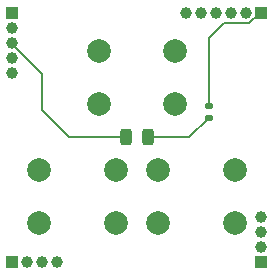
<source format=gtl>
%TF.GenerationSoftware,KiCad,Pcbnew,9.0.5-1.fc42*%
%TF.CreationDate,2025-12-03T03:37:19+01:00*%
%TF.ProjectId,Block-Switch-3,426c6f63-6b2d-4537-9769-7463682d332e,1*%
%TF.SameCoordinates,Original*%
%TF.FileFunction,Copper,L1,Top*%
%TF.FilePolarity,Positive*%
%FSLAX46Y46*%
G04 Gerber Fmt 4.6, Leading zero omitted, Abs format (unit mm)*
G04 Created by KiCad (PCBNEW 9.0.5-1.fc42) date 2025-12-03 03:37:19*
%MOMM*%
%LPD*%
G01*
G04 APERTURE LIST*
G04 Aperture macros list*
%AMRoundRect*
0 Rectangle with rounded corners*
0 $1 Rounding radius*
0 $2 $3 $4 $5 $6 $7 $8 $9 X,Y pos of 4 corners*
0 Add a 4 corners polygon primitive as box body*
4,1,4,$2,$3,$4,$5,$6,$7,$8,$9,$2,$3,0*
0 Add four circle primitives for the rounded corners*
1,1,$1+$1,$2,$3*
1,1,$1+$1,$4,$5*
1,1,$1+$1,$6,$7*
1,1,$1+$1,$8,$9*
0 Add four rect primitives between the rounded corners*
20,1,$1+$1,$2,$3,$4,$5,0*
20,1,$1+$1,$4,$5,$6,$7,0*
20,1,$1+$1,$6,$7,$8,$9,0*
20,1,$1+$1,$8,$9,$2,$3,0*%
G04 Aperture macros list end*
%TA.AperFunction,ComponentPad*%
%ADD10C,2.000000*%
%TD*%
%TA.AperFunction,SMDPad,CuDef*%
%ADD11RoundRect,0.243750X-0.243750X-0.456250X0.243750X-0.456250X0.243750X0.456250X-0.243750X0.456250X0*%
%TD*%
%TA.AperFunction,SMDPad,CuDef*%
%ADD12RoundRect,0.135000X-0.185000X0.135000X-0.185000X-0.135000X0.185000X-0.135000X0.185000X0.135000X0*%
%TD*%
%TA.AperFunction,ComponentPad*%
%ADD13R,1.000000X1.000000*%
%TD*%
%TA.AperFunction,ComponentPad*%
%ADD14C,1.000000*%
%TD*%
%TA.AperFunction,Conductor*%
%ADD15C,0.200000*%
%TD*%
G04 APERTURE END LIST*
D10*
%TO.P,SW1,2,2*%
%TO.N,/A*%
X137298700Y-120931810D03*
X130798700Y-120931810D03*
%TO.P,SW1,1,1*%
%TO.N,Net-(R1-Pad2)*%
X137298700Y-116431810D03*
X130798700Y-116431810D03*
%TD*%
D11*
%TO.P,D1,2,A*%
%TO.N,Net-(D1-A)*%
X140022500Y-113665000D03*
%TO.P,D1,1,K*%
%TO.N,GND*%
X138147500Y-113665000D03*
%TD*%
D10*
%TO.P,SW2,1,1*%
%TO.N,Net-(R2-Pad2)*%
X140831300Y-116431810D03*
X147331300Y-116431810D03*
%TO.P,SW2,2,2*%
%TO.N,/B*%
X140831300Y-120931810D03*
X147331300Y-120931810D03*
%TD*%
%TO.P,SW3,1,1*%
%TO.N,Net-(R3-Pad2)*%
X135815000Y-106398190D03*
X142315000Y-106398190D03*
%TO.P,SW3,2,2*%
%TO.N,/A0*%
X135815000Y-110898190D03*
X142315000Y-110898190D03*
%TD*%
D12*
%TO.P,R4,1*%
%TO.N,/LED*%
X145161000Y-110994000D03*
%TO.P,R4,2*%
%TO.N,Net-(D1-A)*%
X145161000Y-112014000D03*
%TD*%
D13*
%TO.P,J4,1,Pin_1*%
%TO.N,/Typ0*%
X128525000Y-124205000D03*
D14*
%TO.P,J4,2,Pin_2*%
%TO.N,/Typ1*%
X129795000Y-124205000D03*
%TO.P,J4,3,Pin_3*%
%TO.N,/Typ2*%
X131065000Y-124205000D03*
%TO.P,J4,4,Pin_4*%
%TO.N,/Typ3*%
X132335000Y-124205000D03*
%TD*%
D13*
%TO.P,J2,1,Pin_1*%
%TO.N,/Addr0*%
X149605000Y-124205000D03*
D14*
%TO.P,J2,2,Pin_2*%
%TO.N,/Addr1*%
X149605000Y-122935000D03*
%TO.P,J2,3,Pin_3*%
%TO.N,/Addr2*%
X149605000Y-121665000D03*
%TO.P,J2,4,Pin_4*%
%TO.N,/Addr3*%
X149605000Y-120395000D03*
%TD*%
D13*
%TO.P,J1,1,Pin_1*%
%TO.N,/+3.3V Digital*%
X128525000Y-103125000D03*
D14*
%TO.P,J1,2,Pin_2*%
%TO.N,/AREF*%
X128525000Y-104395000D03*
%TO.P,J1,3,Pin_3*%
%TO.N,GND*%
X128525000Y-105665000D03*
%TO.P,J1,4,Pin_4*%
%TO.N,/SlotBus.Data*%
X128525000Y-106935000D03*
%TO.P,J1,5,Pin_5*%
%TO.N,/SlotBus.Clock*%
X128525000Y-108205000D03*
%TD*%
D13*
%TO.P,J3,1,Pin_1*%
%TO.N,/LED*%
X149605000Y-103125000D03*
D14*
%TO.P,J3,2,Pin_2*%
%TO.N,/C*%
X148335000Y-103125000D03*
%TO.P,J3,3,Pin_3*%
%TO.N,/B*%
X147065000Y-103125000D03*
%TO.P,J3,4,Pin_4*%
%TO.N,/A*%
X145795000Y-103125000D03*
%TO.P,J3,5,Pin_5*%
%TO.N,/A1*%
X144525000Y-103125000D03*
%TO.P,J3,6,Pin_6*%
%TO.N,/A0*%
X143255000Y-103125000D03*
%TD*%
D15*
%TO.N,/LED*%
X145161000Y-110994000D02*
X145161000Y-105283000D01*
X149467786Y-103125000D02*
X149605000Y-103125000D01*
X145161000Y-105283000D02*
X146431000Y-104013000D01*
X146431000Y-104013000D02*
X148579786Y-104013000D01*
X148579786Y-104013000D02*
X149467786Y-103125000D01*
%TO.N,Net-(D1-A)*%
X140022500Y-113665000D02*
X143510000Y-113665000D01*
X143510000Y-113665000D02*
X145161000Y-112014000D01*
%TO.N,GND*%
X138147500Y-113665000D02*
X133350000Y-113665000D01*
X133350000Y-113665000D02*
X131064000Y-111379000D01*
X131064000Y-111379000D02*
X131064000Y-108341214D01*
X131064000Y-108341214D02*
X128525000Y-105802214D01*
X128525000Y-105802214D02*
X128525000Y-105665000D01*
%TD*%
M02*

</source>
